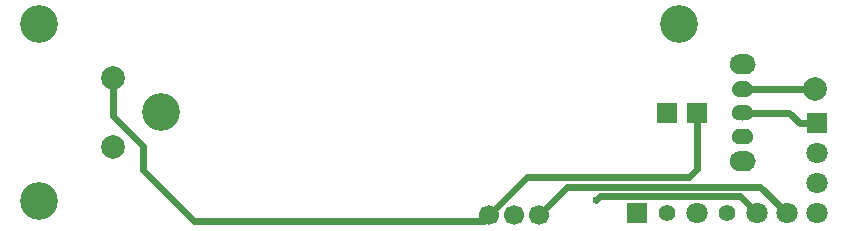
<source format=gbr>
G04 #@! TF.GenerationSoftware,KiCad,Pcbnew,5.1.0-unknown-ff73f69~82~ubuntu18.04.1*
G04 #@! TF.CreationDate,2019-03-26T22:56:15+01:00*
G04 #@! TF.ProjectId,ATI DNA-C PCB Smart PWM v3,41544920-444e-4412-9d43-205043422053,rev?*
G04 #@! TF.SameCoordinates,Original*
G04 #@! TF.FileFunction,Copper,L2,Bot*
G04 #@! TF.FilePolarity,Positive*
%FSLAX46Y46*%
G04 Gerber Fmt 4.6, Leading zero omitted, Abs format (unit mm)*
G04 Created by KiCad (PCBNEW 5.1.0-unknown-ff73f69~82~ubuntu18.04.1) date 2019-03-26 22:56:15*
%MOMM*%
%LPD*%
G04 APERTURE LIST*
%ADD10C,0.100000*%
%ADD11C,1.700000*%
%ADD12R,1.700000X1.700000*%
%ADD13C,1.400000*%
%ADD14C,1.800000*%
%ADD15C,2.000000*%
%ADD16R,1.800000X1.800000*%
%ADD17C,1.300000*%
%ADD18C,3.200000*%
%ADD19C,0.600000*%
%ADD20C,0.600000*%
G04 APERTURE END LIST*
D10*
G36*
X176980000Y-98789000D02*
G01*
X177082000Y-98781000D01*
X177181000Y-98757000D01*
X177275000Y-98718000D01*
X177361000Y-98665000D01*
X177439000Y-98599000D01*
X177505000Y-98521000D01*
X177558000Y-98435000D01*
X177597000Y-98341000D01*
X177621000Y-98242000D01*
X177629000Y-98140000D01*
X177621000Y-98038000D01*
X177597000Y-97939000D01*
X177558000Y-97845000D01*
X177505000Y-97759000D01*
X177439000Y-97681000D01*
X177361000Y-97615000D01*
X177275000Y-97562000D01*
X177181000Y-97523000D01*
X177082000Y-97499000D01*
X176980000Y-97491000D01*
X176480000Y-97491000D01*
X176378000Y-97499000D01*
X176279000Y-97523000D01*
X176185000Y-97562000D01*
X176099000Y-97615000D01*
X176021000Y-97681000D01*
X175955000Y-97759000D01*
X175902000Y-97845000D01*
X175863000Y-97939000D01*
X175839000Y-98038000D01*
X175831000Y-98140000D01*
X175839000Y-98242000D01*
X175863000Y-98341000D01*
X175902000Y-98435000D01*
X175955000Y-98521000D01*
X176021000Y-98599000D01*
X176099000Y-98665000D01*
X176185000Y-98718000D01*
X176279000Y-98757000D01*
X176378000Y-98781000D01*
X176480000Y-98789000D01*
X176980000Y-98789000D01*
G37*
G36*
X176980000Y-100789000D02*
G01*
X177082000Y-100781000D01*
X177181000Y-100757000D01*
X177275000Y-100718000D01*
X177361000Y-100665000D01*
X177439000Y-100599000D01*
X177505000Y-100521000D01*
X177558000Y-100435000D01*
X177597000Y-100341000D01*
X177621000Y-100242000D01*
X177629000Y-100140000D01*
X177621000Y-100038000D01*
X177597000Y-99939000D01*
X177558000Y-99845000D01*
X177505000Y-99759000D01*
X177439000Y-99681000D01*
X177361000Y-99615000D01*
X177275000Y-99562000D01*
X177181000Y-99523000D01*
X177082000Y-99499000D01*
X176980000Y-99491000D01*
X176480000Y-99491000D01*
X176378000Y-99499000D01*
X176279000Y-99523000D01*
X176185000Y-99562000D01*
X176099000Y-99615000D01*
X176021000Y-99681000D01*
X175955000Y-99759000D01*
X175902000Y-99845000D01*
X175863000Y-99939000D01*
X175839000Y-100038000D01*
X175831000Y-100140000D01*
X175839000Y-100242000D01*
X175863000Y-100341000D01*
X175902000Y-100435000D01*
X175955000Y-100521000D01*
X176021000Y-100599000D01*
X176099000Y-100665000D01*
X176185000Y-100718000D01*
X176279000Y-100757000D01*
X176378000Y-100781000D01*
X176480000Y-100789000D01*
X176980000Y-100789000D01*
G37*
G36*
X176980000Y-102789000D02*
G01*
X177082000Y-102781000D01*
X177181000Y-102757000D01*
X177275000Y-102718000D01*
X177361000Y-102665000D01*
X177439000Y-102599000D01*
X177505000Y-102521000D01*
X177558000Y-102435000D01*
X177597000Y-102341000D01*
X177621000Y-102242000D01*
X177629000Y-102140000D01*
X177621000Y-102038000D01*
X177597000Y-101939000D01*
X177558000Y-101845000D01*
X177505000Y-101759000D01*
X177439000Y-101681000D01*
X177361000Y-101615000D01*
X177275000Y-101562000D01*
X177181000Y-101523000D01*
X177082000Y-101499000D01*
X176980000Y-101491000D01*
X176480000Y-101491000D01*
X176378000Y-101499000D01*
X176279000Y-101523000D01*
X176185000Y-101562000D01*
X176099000Y-101615000D01*
X176021000Y-101681000D01*
X175955000Y-101759000D01*
X175902000Y-101845000D01*
X175863000Y-101939000D01*
X175839000Y-102038000D01*
X175831000Y-102140000D01*
X175839000Y-102242000D01*
X175863000Y-102341000D01*
X175902000Y-102435000D01*
X175955000Y-102521000D01*
X176021000Y-102599000D01*
X176099000Y-102665000D01*
X176185000Y-102718000D01*
X176279000Y-102757000D01*
X176378000Y-102781000D01*
X176480000Y-102789000D01*
X176980000Y-102789000D01*
G37*
G36*
X176980000Y-96889000D02*
G01*
X177113000Y-96879000D01*
X177242000Y-96847000D01*
X177365000Y-96796000D01*
X177479000Y-96727000D01*
X177580000Y-96640000D01*
X177667000Y-96539000D01*
X177736000Y-96425000D01*
X177787000Y-96302000D01*
X177819000Y-96173000D01*
X177829000Y-96040000D01*
X177819000Y-95907000D01*
X177787000Y-95778000D01*
X177736000Y-95655000D01*
X177667000Y-95541000D01*
X177580000Y-95440000D01*
X177479000Y-95353000D01*
X177365000Y-95284000D01*
X177242000Y-95233000D01*
X177113000Y-95201000D01*
X176980000Y-95191000D01*
X176480000Y-95191000D01*
X176347000Y-95201000D01*
X176218000Y-95233000D01*
X176095000Y-95284000D01*
X175981000Y-95353000D01*
X175880000Y-95440000D01*
X175793000Y-95541000D01*
X175724000Y-95655000D01*
X175673000Y-95778000D01*
X175641000Y-95907000D01*
X175631000Y-96040000D01*
X175641000Y-96173000D01*
X175673000Y-96302000D01*
X175724000Y-96425000D01*
X175793000Y-96539000D01*
X175880000Y-96640000D01*
X175981000Y-96727000D01*
X176095000Y-96796000D01*
X176218000Y-96847000D01*
X176347000Y-96879000D01*
X176480000Y-96889000D01*
X176980000Y-96889000D01*
G37*
G36*
X176980000Y-105089000D02*
G01*
X177113000Y-105079000D01*
X177242000Y-105047000D01*
X177365000Y-104996000D01*
X177479000Y-104927000D01*
X177580000Y-104840000D01*
X177667000Y-104739000D01*
X177736000Y-104625000D01*
X177787000Y-104502000D01*
X177819000Y-104373000D01*
X177829000Y-104240000D01*
X177819000Y-104107000D01*
X177787000Y-103978000D01*
X177736000Y-103855000D01*
X177667000Y-103741000D01*
X177580000Y-103640000D01*
X177479000Y-103553000D01*
X177365000Y-103484000D01*
X177242000Y-103433000D01*
X177113000Y-103401000D01*
X176980000Y-103391000D01*
X176480000Y-103391000D01*
X176347000Y-103401000D01*
X176218000Y-103433000D01*
X176095000Y-103484000D01*
X175981000Y-103553000D01*
X175880000Y-103640000D01*
X175793000Y-103741000D01*
X175724000Y-103855000D01*
X175673000Y-103978000D01*
X175641000Y-104107000D01*
X175631000Y-104240000D01*
X175641000Y-104373000D01*
X175673000Y-104502000D01*
X175724000Y-104625000D01*
X175793000Y-104739000D01*
X175880000Y-104840000D01*
X175981000Y-104927000D01*
X176095000Y-104996000D01*
X176218000Y-105047000D01*
X176347000Y-105079000D01*
X176480000Y-105089000D01*
X176980000Y-105089000D01*
G37*
D11*
X159462000Y-108844000D03*
X155262000Y-108844000D03*
X157362000Y-108844000D03*
D12*
X167783000Y-108668000D03*
D13*
X170323000Y-108668000D03*
D14*
X172863000Y-108668000D03*
D13*
X175403000Y-108668000D03*
D14*
X177943000Y-108668000D03*
X183023000Y-108668000D03*
X183023000Y-106128000D03*
X183023000Y-103588000D03*
D12*
X183023000Y-101048000D03*
D14*
X180483000Y-108668000D03*
D15*
X123446000Y-97203000D03*
X123450000Y-103064000D03*
D16*
X170340000Y-100144000D03*
X172880000Y-100144000D03*
D15*
X182898000Y-98130000D03*
D17*
X176730000Y-98140000D03*
X176730000Y-100140000D03*
X176730000Y-102140000D03*
D11*
X176730000Y-96040000D03*
X176730000Y-104240000D03*
D18*
X127515000Y-100115000D03*
X171309000Y-92643600D03*
X117169000Y-107644000D03*
X117169000Y-92643600D03*
D19*
X164320000Y-107570000D03*
D20*
X176730000Y-98140000D02*
X176740000Y-98130000D01*
X176740000Y-98130000D02*
X182898000Y-98130000D01*
X123450000Y-97207000D02*
X123446000Y-97203000D01*
X154826000Y-109280000D02*
X130280000Y-109280000D01*
X130280000Y-109280000D02*
X126000000Y-105000000D01*
X126000000Y-103000000D02*
X123450000Y-100450000D01*
X155262000Y-108844000D02*
X154826000Y-109280000D01*
X126000000Y-105000000D02*
X126000000Y-103000000D01*
X123450000Y-100450000D02*
X123450000Y-97207000D01*
X172189600Y-105590400D02*
X158515600Y-105590400D01*
X158515600Y-105590400D02*
X155262000Y-108844000D01*
X172880000Y-100144000D02*
X172880000Y-104900000D01*
X172880000Y-104900000D02*
X172189600Y-105590400D01*
X183023000Y-101048000D02*
X181573000Y-101048000D01*
X176730000Y-100140000D02*
X180665000Y-100140000D01*
X180665000Y-100140000D02*
X181573000Y-101048000D01*
X164660700Y-107229300D02*
X164320000Y-107570000D01*
X177943000Y-108668000D02*
X176504300Y-107229300D01*
X176504300Y-107229300D02*
X164660700Y-107229300D01*
X180483000Y-108668000D02*
X178244000Y-106429000D01*
X178244000Y-106429000D02*
X161877000Y-106429000D01*
X161877000Y-106429000D02*
X159462000Y-108844000D01*
M02*

</source>
